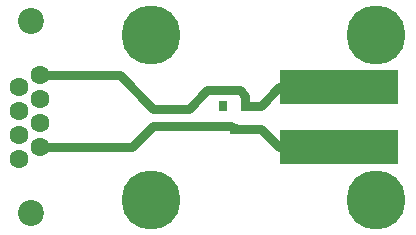
<source format=gbr>
G04 #@! TF.FileFunction,Copper,L1,Top,Signal*
%FSLAX46Y46*%
G04 Gerber Fmt 4.6, Leading zero omitted, Abs format (unit mm)*
G04 Created by KiCad (PCBNEW 4.0.7) date 03/31/18 19:26:29*
%MOMM*%
%LPD*%
G01*
G04 APERTURE LIST*
%ADD10C,0.150000*%
%ADD11R,0.800000X0.900000*%
%ADD12C,2.200000*%
%ADD13C,1.600000*%
%ADD14R,10.000000X3.000000*%
%ADD15R,0.900000X0.500000*%
%ADD16C,5.000000*%
%ADD17C,0.762000*%
%ADD18C,0.254000*%
G04 APERTURE END LIST*
D10*
D11*
X49210000Y-34560000D03*
X47310000Y-34560000D03*
X48260000Y-36560000D03*
D12*
X31112000Y-27430000D03*
X31112000Y-43690000D03*
D13*
X30092000Y-35060000D03*
X30092000Y-37090000D03*
X31872000Y-34030000D03*
X31872000Y-36060000D03*
X31872000Y-32000000D03*
X30092000Y-33030000D03*
X31872000Y-38090000D03*
X30092000Y-39120000D03*
D14*
X57150000Y-38100000D03*
X57150000Y-33020000D03*
D15*
X43180000Y-36310000D03*
X43180000Y-34810000D03*
D16*
X60325000Y-42545000D03*
X41275000Y-28575000D03*
X60325000Y-28575000D03*
X41275000Y-42545000D03*
D17*
X31872000Y-32000000D02*
X38604000Y-32000000D01*
X41414000Y-34810000D02*
X43180000Y-34810000D01*
X38604000Y-32000000D02*
X41414000Y-34810000D01*
X49210000Y-34560000D02*
X50530000Y-34560000D01*
X52070000Y-33020000D02*
X57150000Y-33020000D01*
X50530000Y-34560000D02*
X52070000Y-33020000D01*
X43180000Y-34810000D02*
X44438000Y-34810000D01*
X49210000Y-33716000D02*
X49210000Y-34560000D01*
X48768000Y-33274000D02*
X49210000Y-33716000D01*
X45974000Y-33274000D02*
X48768000Y-33274000D01*
X44438000Y-34810000D02*
X45974000Y-33274000D01*
D18*
X49210000Y-34560000D02*
X49387000Y-34560000D01*
D17*
X43180000Y-36310000D02*
X41414000Y-36310000D01*
X39634000Y-38090000D02*
X31872000Y-38090000D01*
X41414000Y-36310000D02*
X39634000Y-38090000D01*
X48260000Y-36560000D02*
X50530000Y-36560000D01*
X52070000Y-38100000D02*
X57150000Y-38100000D01*
X50530000Y-36560000D02*
X52070000Y-38100000D01*
X43180000Y-36310000D02*
X48010000Y-36310000D01*
X48010000Y-36310000D02*
X48260000Y-36560000D01*
D18*
X48010000Y-36310000D02*
X48260000Y-36560000D01*
M02*

</source>
